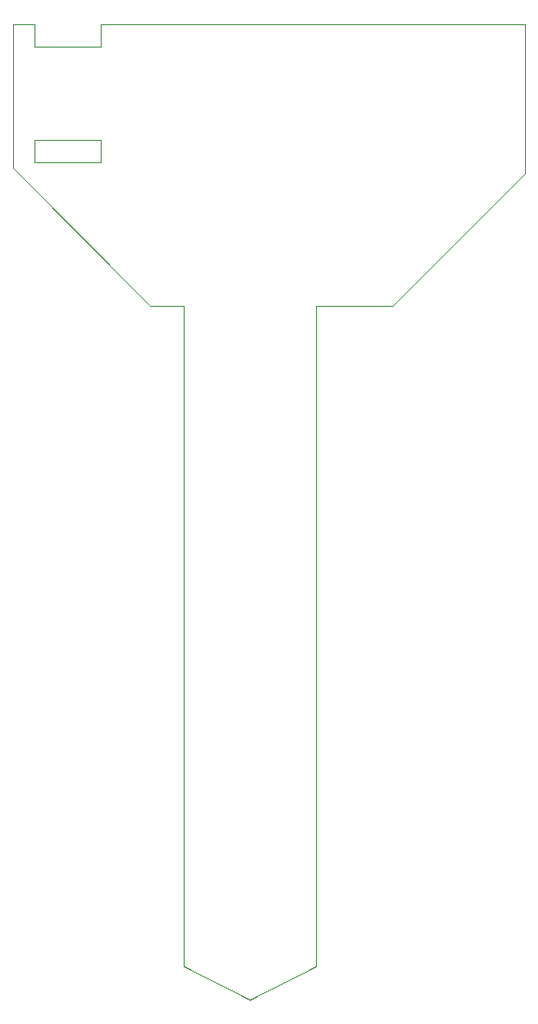
<source format=gbr>
%TF.GenerationSoftware,KiCad,Pcbnew,(6.0.0)*%
%TF.CreationDate,2022-08-23T17:29:19+02:00*%
%TF.ProjectId,TempSpike,54656d70-5370-4696-9b65-2e6b69636164,rev?*%
%TF.SameCoordinates,Original*%
%TF.FileFunction,Profile,NP*%
%FSLAX46Y46*%
G04 Gerber Fmt 4.6, Leading zero omitted, Abs format (unit mm)*
G04 Created by KiCad (PCBNEW (6.0.0)) date 2022-08-23 17:29:19*
%MOMM*%
%LPD*%
G01*
G04 APERTURE LIST*
%TA.AperFunction,Profile*%
%ADD10C,0.020000*%
%TD*%
G04 APERTURE END LIST*
D10*
X139500000Y-40500000D02*
X178000000Y-40500000D01*
X131500000Y-40500000D02*
X131500000Y-53500000D01*
X133500000Y-40500000D02*
X131500000Y-40500000D01*
X178000000Y-40500000D02*
X178000000Y-54000000D01*
X133500000Y-53000000D02*
X133500000Y-51000000D01*
X139500000Y-53000000D02*
X133500000Y-53000000D01*
X133500000Y-51000000D02*
X139500000Y-51000000D01*
X139500000Y-42500000D02*
X139500000Y-40500000D01*
X139500000Y-51000000D02*
X139500000Y-53000000D01*
X133500000Y-40500000D02*
X133500000Y-42500000D01*
X133500000Y-42500000D02*
X139500000Y-42500000D01*
X153000000Y-129000000D02*
X159000000Y-126000000D01*
X159000000Y-126000000D02*
X159000000Y-66000000D01*
X147000000Y-126000000D02*
X153000000Y-129000000D01*
X166000000Y-66000000D02*
X178000000Y-54000000D01*
X147000000Y-66000000D02*
X144000000Y-66000000D01*
X144000000Y-66000000D02*
X131500000Y-53500000D01*
X159000000Y-66000000D02*
X166000000Y-66000000D01*
X147000000Y-66000000D02*
X147000000Y-126000000D01*
M02*

</source>
